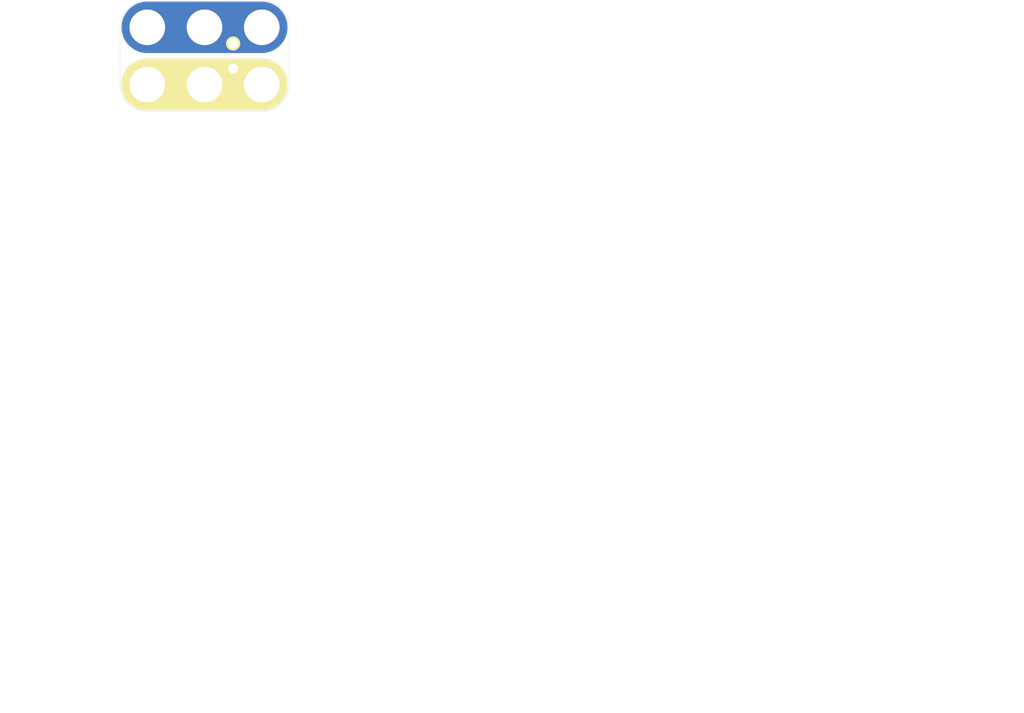
<source format=kicad_pcb>
(kicad_pcb (version 4) (host pcbnew 4.0.7-e2-6376~58~ubuntu16.04.1)

  (general
    (links 0)
    (no_connects 0)
    (area 1.397 19.726479 144.241759 119.7356)
    (thickness 1.6)
    (drawings 1)
    (tracks 0)
    (zones 0)
    (modules 1)
    (nets 1)
  )

  (page USLetter)
  (title_block
    (title "2x3 Screw Terminal, 3.5mm Pitch")
    (date "18 Jan 2017")
    (rev v1.1)
    (company "CERN Open Hardware License v1.2.")
    (comment 1 help@browndoggadgets.com)
    (comment 2 http://browndoggadgets.com/)
    (comment 3 "Brown Dog Gadgets")
  )

  (layers
    (0 F.Cu signal)
    (31 B.Cu signal)
    (34 B.Paste user)
    (35 F.Paste user)
    (36 B.SilkS user)
    (37 F.SilkS user)
    (38 B.Mask user)
    (39 F.Mask user)
    (40 Dwgs.User user)
    (44 Edge.Cuts user)
    (46 B.CrtYd user)
    (47 F.CrtYd user)
    (48 B.Fab user)
    (49 F.Fab user)
  )

  (setup
    (last_trace_width 0.254)
    (user_trace_width 0.1524)
    (user_trace_width 0.254)
    (user_trace_width 0.3302)
    (user_trace_width 0.508)
    (user_trace_width 0.762)
    (user_trace_width 1.27)
    (trace_clearance 0.254)
    (zone_clearance 0.508)
    (zone_45_only no)
    (trace_min 0.1524)
    (segment_width 0.1524)
    (edge_width 0.1524)
    (via_size 0.6858)
    (via_drill 0.3302)
    (via_min_size 0.6858)
    (via_min_drill 0.3302)
    (user_via 0.6858 0.3302)
    (user_via 0.762 0.4064)
    (user_via 0.8636 0.508)
    (uvia_size 0.6858)
    (uvia_drill 0.3302)
    (uvias_allowed no)
    (uvia_min_size 0)
    (uvia_min_drill 0)
    (pcb_text_width 0.1524)
    (pcb_text_size 1.016 1.016)
    (mod_edge_width 0.1524)
    (mod_text_size 1.016 1.016)
    (mod_text_width 0.1524)
    (pad_size 1.524 1.524)
    (pad_drill 0.762)
    (pad_to_mask_clearance 0.0762)
    (solder_mask_min_width 0.1016)
    (pad_to_paste_clearance -0.0762)
    (aux_axis_origin 0 0)
    (visible_elements FFFEDF7D)
    (pcbplotparams
      (layerselection 0x310fc_80000001)
      (usegerberextensions true)
      (excludeedgelayer true)
      (linewidth 0.100000)
      (plotframeref false)
      (viasonmask false)
      (mode 1)
      (useauxorigin false)
      (hpglpennumber 1)
      (hpglpenspeed 20)
      (hpglpendiameter 15)
      (hpglpenoverlay 2)
      (psnegative false)
      (psa4output false)
      (plotreference true)
      (plotvalue true)
      (plotinvisibletext false)
      (padsonsilk false)
      (subtractmaskfromsilk false)
      (outputformat 1)
      (mirror false)
      (drillshape 0)
      (scaleselection 1)
      (outputdirectory gerbers))
  )

  (net 0 "")

  (net_class Default "This is the default net class."
    (clearance 0.254)
    (trace_width 0.254)
    (via_dia 0.6858)
    (via_drill 0.3302)
    (uvia_dia 0.6858)
    (uvia_drill 0.3302)
  )

  (module Crazy_Circuits:SCREW-TERMINAL-3.5MM-TH-2x3 (layer F.Cu) (tedit 59D93CE8) (tstamp 58806421)
    (at 29.973 31.8008)
    (descr "10mm LED 5mm pitch through hole center polarized")
    (path /587EB9D9)
    (fp_text reference J1 (at -4 -5) (layer B.SilkS) hide
      (effects (font (size 1 1) (thickness 0.15)) (justify mirror))
    )
    (fp_text value Conn_2 (at 4 -4) (layer F.Fab) hide
      (effects (font (size 1 1) (thickness 0.15)))
    )
    (fp_arc (start 8 0) (end 8 -3) (angle 270) (layer B.Mask) (width 1))
    (fp_text user 3.5mm (at 4 -6) (layer F.Fab)
      (effects (font (size 1 1) (thickness 0.15)))
    )
    (fp_text user TERMINAL (at 4 -2) (layer F.Fab)
      (effects (font (size 1 1) (thickness 0.15)))
    )
    (fp_text user SCREW (at 4 -4) (layer F.Fab)
      (effects (font (size 1 1) (thickness 0.15)))
    )
    (fp_line (start 8 0) (end 8 -8) (layer F.Fab) (width 0.1))
    (fp_line (start 0 0) (end 8 0) (layer F.Fab) (width 0.1))
    (fp_line (start 0 -8) (end 0 0) (layer F.Fab) (width 0.1))
    (fp_line (start 8 -8) (end 0 -8) (layer F.Fab) (width 0.1))
    (fp_text user %R (at 4 -4) (layer F.Fab) hide
      (effects (font (size 1 1) (thickness 0.15)))
    )
    (fp_line (start 8 1.5) (end -8 1.5) (layer B.Mask) (width 4))
    (fp_line (start 8 -8) (end -8 -8) (layer B.Cu) (width 7.2))
    (fp_line (start 8 0) (end -8 0) (layer B.Cu) (width 7.2))
    (fp_line (start 7.9 -11.8) (end -7.9 -11.8) (layer Edge.Cuts) (width 0.04064))
    (fp_line (start 7.9 3.8) (end -7.9 3.8) (layer Edge.Cuts) (width 0.04064))
    (fp_line (start 11.8 -0.1) (end 11.8 -7.9) (layer Edge.Cuts) (width 0.04064))
    (fp_line (start -11.8 -0.1) (end -11.8 -7.9) (layer Edge.Cuts) (width 0.04064))
    (fp_arc (start 7.9 -7.9) (end 7.9 -11.8) (angle 90) (layer Edge.Cuts) (width 0.04064))
    (fp_arc (start 7.9 -0.1) (end 11.8 -0.1) (angle 90) (layer Edge.Cuts) (width 0.04064))
    (fp_arc (start -7.9 -0.1) (end -7.9 3.8) (angle 90) (layer Edge.Cuts) (width 0.04064))
    (fp_arc (start -7.9 -7.9) (end -11.8 -7.9) (angle 90) (layer Edge.Cuts) (width 0.04064))
    (fp_line (start 7.9 -11.8) (end -7.9 -11.8) (layer F.Fab) (width 0.04064))
    (fp_line (start 7.9 3.8) (end -7.9 3.8) (layer F.Fab) (width 0.04064))
    (fp_line (start 11.8 -0.1) (end 11.8 -7.9) (layer F.Fab) (width 0.04064))
    (fp_line (start -11.8 -0.1) (end -11.8 -7.9) (layer F.Fab) (width 0.04064))
    (fp_arc (start 7.9 -7.9) (end 7.9 -11.8) (angle 90) (layer F.Fab) (width 0.04064))
    (fp_arc (start 7.9 -0.1) (end 11.8 -0.1) (angle 90) (layer F.Fab) (width 0.04064))
    (fp_arc (start -7.9 -0.1) (end -7.9 3.8) (angle 90) (layer F.Fab) (width 0.04064))
    (fp_arc (start -7.9 -7.9) (end -11.8 -7.9) (angle 90) (layer F.Fab) (width 0.04064))
    (fp_line (start 8 0) (end -8 0) (layer F.SilkS) (width 7.2))
    (fp_arc (start 0 0) (end 3 0) (angle 270) (layer B.Mask) (width 1))
    (fp_arc (start -8 0) (end -5 -0.5) (angle -350.5376778) (layer B.Mask) (width 1))
    (fp_line (start 0 -3) (end -8 -3) (layer B.Mask) (width 1))
    (fp_line (start -3 -7) (end -8 -7) (layer B.Mask) (width 4))
    (fp_line (start -3 -1.5) (end -8 -1.5) (layer B.Mask) (width 4))
    (fp_line (start 0 -5) (end -8 -5) (layer B.Mask) (width 1))
    (fp_line (start 8 -9.5) (end -8 -9.5) (layer B.Mask) (width 4))
    (fp_arc (start -8 -8) (end -5 -8.5) (angle -350.5376778) (layer B.Mask) (width 1))
    (fp_arc (start 0 -8) (end 0 -5) (angle 270) (layer B.Mask) (width 1))
    (fp_arc (start 8 -8) (end 5 -8) (angle 270) (layer B.Mask) (width 1))
    (pad + thru_hole circle (at 4 -5.7352) (size 2 2) (drill 1.4) (layers *.Cu *.Mask F.SilkS))
    (pad - thru_hole circle (at 4 -2.2352 270) (size 1.9 1.9) (drill 1.4) (layers *.Cu *.Mask F.SilkS))
    (pad - thru_hole circle (at -8 0) (size 6 6) (drill 4.98) (layers *.Cu *.Mask))
    (pad + thru_hole circle (at -8 -8) (size 6 6) (drill 4.98) (layers *.Cu *.Mask))
    (pad + thru_hole circle (at 8 -8) (size 6 6) (drill 4.98) (layers *.Cu F.Mask))
    (pad - thru_hole circle (at 8 0) (size 6 6) (drill 4.98) (layers *.Cu F.Mask))
    (pad + thru_hole circle (at 0 -8) (size 6 6) (drill 4.98) (layers *.Cu F.Mask))
    (pad - thru_hole circle (at 0 0) (size 6 6) (drill 4.98) (layers *.Cu F.Mask))
  )

  (gr_text "FABRICATION NOTES\n\n1. THIS IS A 2 LAYER BOARD. \n2. EXTERNAL LAYERS SHALL HAVE 1 OZ COPPER.\n3. MATERIAL: FR4 AND 0.062 INCH +/- 10% THICK.\n4. BOARDS SHALL BE ROHS COMPLIANT. \n5. MANUFACTURE IN ACCORDANCE WITH IPC-6012 CLASS 2\n6. MASK: BOTH SIDES OF THE BOARD SHALL HAVE \n   SOLDER MASK (PURPLE) OVER BARE COPPER. \n7. SILK: BOTH SIDES OF THE BOARD SHALL HAVE WHITE SILK. \n   DO NOT PLACE SILK OVER BARE COPPER.\n8. FINISH: ENIG.\n9. MINIMUM TRACE WIDTH - 0.006 INCH.\n   MINIMUM SPACE - 0.006 INCH.\n   MINIMUM HOLE DIA - 0.013 INCH. \n10. MAX HOLE PLACEMENT TOLERANCE OF +/- 0.003 INCH.\n11. MAX HOLE DIAMETER TOLERANCE OF +/- 0.003 INCH AFTER PLATING." (at 1.397 85.0646) (layer Dwgs.User)
    (effects (font (size 2.54 2.54) (thickness 0.254)) (justify left))
  )

)

</source>
